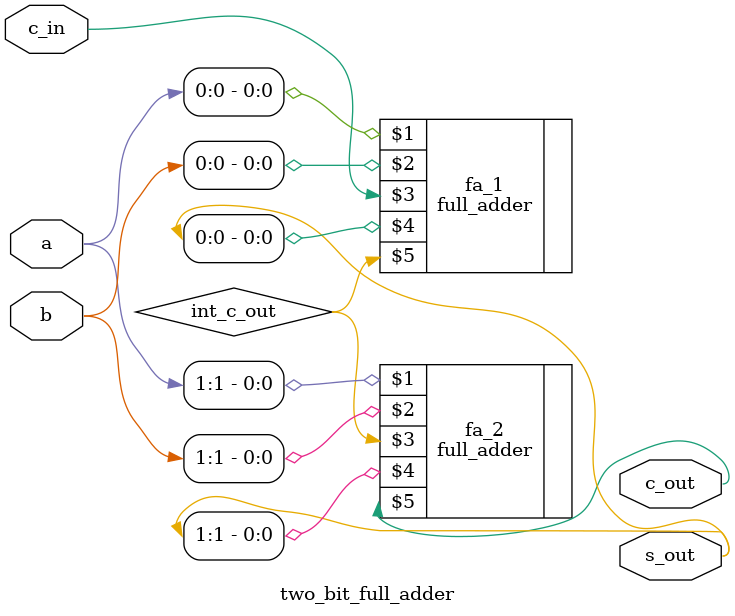
<source format=v>
module two_bit_full_adder (
    input wire [1:0] a,
    input wire [1:0] b,
    input wire c_in,

    output wire [1:0] s_out,
    output wire c_out
);

wire int_c_out;

full_adder fa_1 (a[0], b[0], c_in, s_out[0], int_c_out);
full_adder fa_2 (a[1], b[1], int_c_out, s_out[1], c_out);

endmodule

</source>
